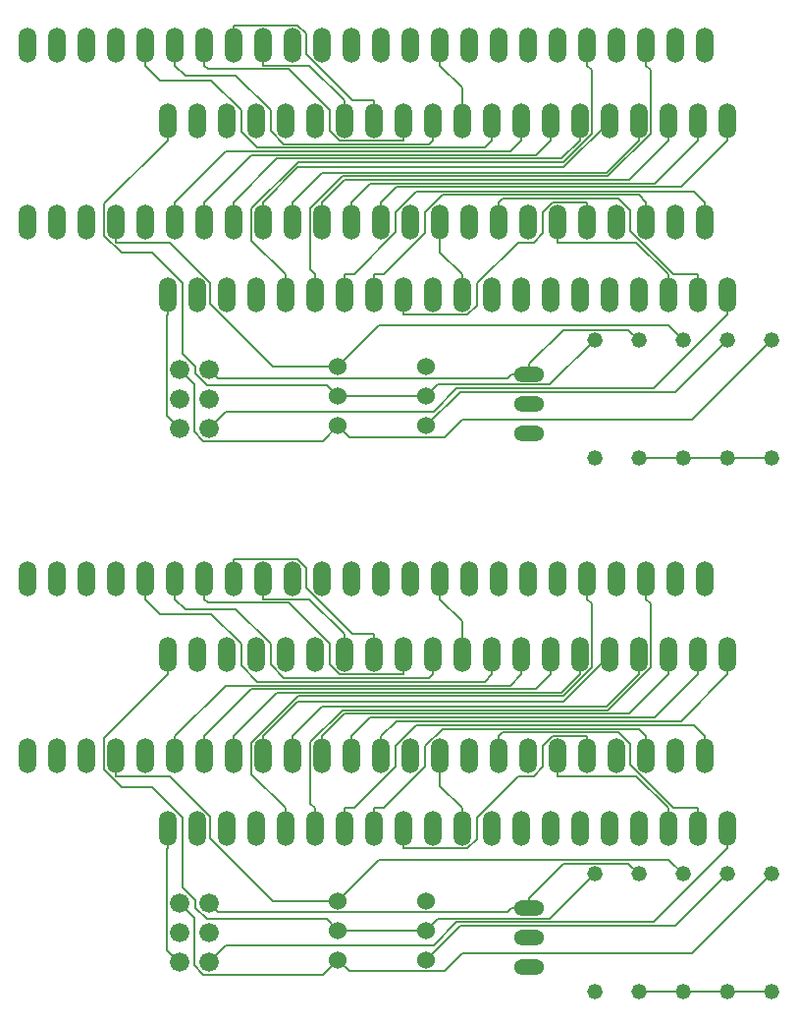
<source format=gtl>
%MOIN*%
%OFA0B0*%
%FSLAX46Y46*%
%IPPOS*%
%LPD*%
%ADD10C,0.060000000000000005*%
%ADD11O,0.10400000000000001X0.052000000000000005*%
%ADD12C,0.052000000000000005*%
%ADD13C,0.066*%
%ADD14O,0.0593X0.1187*%
%ADD15C,0.006000000000000001*%
%ADD26C,0.060000000000000005*%
%ADD27O,0.10400000000000001X0.052000000000000005*%
%ADD28C,0.052000000000000005*%
%ADD29C,0.066*%
%ADD30O,0.0593X0.1187*%
%ADD31C,0.006000000000000001*%
%LPD*%
D10*
X-0000196850Y0002322834D02*
X0001788149Y0000427834D03*
X0001788149Y0000527834D03*
X0001788149Y0000327834D03*
X0002088149Y0000327834D03*
X0002088149Y0000427834D03*
X0002088149Y0000527834D03*
D11*
X0002438149Y0000402834D03*
X0002438149Y0000502834D03*
X0002438149Y0000302834D03*
D12*
X0003259645Y0000618818D03*
X0003259645Y0000218818D03*
X0003109645Y0000618818D03*
X0003109645Y0000218818D03*
X0002959645Y0000618818D03*
X0002959645Y0000218818D03*
X0002809645Y0000218818D03*
X0002809645Y0000618818D03*
X0002659645Y0000618818D03*
X0002659645Y0000218818D03*
D13*
X0001249015Y0000318818D03*
X0001249015Y0000418818D03*
X0001249015Y0000518818D03*
X0001349015Y0000318818D03*
X0001349015Y0000418818D03*
X0001349015Y0000518818D03*
D14*
X0001209645Y0000773818D03*
X0001309645Y0000773818D03*
X0001409645Y0000773818D03*
X0001509645Y0000773818D03*
X0001609645Y0000773818D03*
X0001709645Y0000773818D03*
X0001809645Y0000773818D03*
X0001909645Y0000773818D03*
X0002009645Y0000773818D03*
X0002109645Y0000773818D03*
X0002209645Y0000773818D03*
X0002309645Y0000773818D03*
X0002409645Y0000773818D03*
X0002509645Y0000773818D03*
X0002609645Y0000773818D03*
X0002709645Y0000773818D03*
X0002809645Y0000773818D03*
X0002909645Y0000773818D03*
X0003009645Y0000773818D03*
X0003109645Y0000773818D03*
X0003109645Y0001363818D03*
X0003009645Y0001363818D03*
X0002909645Y0001363818D03*
X0002809645Y0001363818D03*
X0002709645Y0001363818D03*
X0002609645Y0001363818D03*
X0002509645Y0001363818D03*
X0002409645Y0001363818D03*
X0002309645Y0001363818D03*
X0002209645Y0001363818D03*
X0002109645Y0001363818D03*
X0002009645Y0001363818D03*
X0001909645Y0001363818D03*
X0001809645Y0001363818D03*
X0001709645Y0001363818D03*
X0001609645Y0001363818D03*
X0001509645Y0001363818D03*
X0001409645Y0001363818D03*
X0001309645Y0001363818D03*
X0001209645Y0001363818D03*
X0000734645Y0001018834D03*
X0000834645Y0001018834D03*
X0000934645Y0001018834D03*
X0001034645Y0001018834D03*
X0001134645Y0001018834D03*
X0001234645Y0001018834D03*
X0001334645Y0001018834D03*
X0001434645Y0001018834D03*
X0001534645Y0001018834D03*
X0001634645Y0001018834D03*
X0001734645Y0001018834D03*
X0001834645Y0001018834D03*
X0001934645Y0001018834D03*
X0002034645Y0001018834D03*
X0002134645Y0001018834D03*
X0002234645Y0001018834D03*
X0002334645Y0001018834D03*
X0002434645Y0001018834D03*
X0002534645Y0001018834D03*
X0002634645Y0001018834D03*
X0002734645Y0001018834D03*
X0002834645Y0001018834D03*
X0002934645Y0001018834D03*
X0003034645Y0001018834D03*
X0003034645Y0001618834D03*
X0002934645Y0001618834D03*
X0002834645Y0001618834D03*
X0002734645Y0001618834D03*
X0002634645Y0001618834D03*
X0002534645Y0001618834D03*
X0002434645Y0001618834D03*
X0002334645Y0001618834D03*
X0002234645Y0001618834D03*
X0002134645Y0001618834D03*
X0002034645Y0001618834D03*
X0001934645Y0001618834D03*
X0001834645Y0001618834D03*
X0001734645Y0001618834D03*
X0001634645Y0001618834D03*
X0001534645Y0001618834D03*
X0001434645Y0001618834D03*
X0001334645Y0001618834D03*
X0001234645Y0001618834D03*
X0001134645Y0001618834D03*
X0001034645Y0001618834D03*
X0000934645Y0001618834D03*
X0000834645Y0001618834D03*
X0000734645Y0001618834D03*
D15*
X0002809645Y0000218818D02*
X0002959645Y0000218818D01*
X0002959645Y0000218818D02*
X0003109645Y0000218818D01*
X0003109645Y0000218818D02*
X0003259645Y0000218818D01*
X0002134645Y0000917181D02*
X0002209645Y0000842181D01*
X0002134645Y0001018834D02*
X0002134645Y0000917181D01*
X0002209645Y0000773818D02*
X0002209645Y0000842181D01*
X0002209645Y0001475472D02*
X0002209645Y0001363818D01*
X0002134645Y0001550472D02*
X0002209645Y0001475472D01*
X0002134645Y0001618834D02*
X0002134645Y0001550472D01*
X0002128122Y0000467807D02*
X0002088149Y0000427834D01*
X0002508633Y0000467807D02*
X0002128122Y0000467807D01*
X0002659645Y0000618818D02*
X0002508633Y0000467807D01*
X0002088149Y0000427834D02*
X0001788149Y0000427834D01*
X0000995370Y0001081181D02*
X0001209645Y0001295456D01*
X0000995370Y0000972716D02*
X0000995370Y0001081181D01*
X0001053283Y0000914803D02*
X0000995370Y0000972716D01*
X0001155724Y0000914803D02*
X0001053283Y0000914803D01*
X0001259645Y0000810881D02*
X0001155724Y0000914803D01*
X0001259645Y0000572169D02*
X0001259645Y0000810881D01*
X0001303267Y0000528547D02*
X0001259645Y0000572169D01*
X0001303267Y0000504933D02*
X0001303267Y0000528547D01*
X0001342129Y0000466070D02*
X0001303267Y0000504933D01*
X0001749913Y0000466070D02*
X0001342129Y0000466070D01*
X0001788149Y0000427834D02*
X0001749913Y0000466070D01*
X0001209645Y0001363818D02*
X0001209645Y0001295456D01*
X0002438149Y0000502834D02*
X0002438149Y0000537846D01*
X0002774484Y0000653980D02*
X0002809645Y0000618818D01*
X0002554283Y0000653980D02*
X0002774484Y0000653980D01*
X0002438149Y0000537846D02*
X0002554283Y0000653980D01*
X0002363122Y0000488818D02*
X0002377137Y0000502834D01*
X0001379015Y0000488818D02*
X0002363122Y0000488818D01*
X0001349015Y0000518818D02*
X0001379015Y0000488818D01*
X0002438149Y0000502834D02*
X0002377137Y0000502834D01*
X0001206405Y0000361429D02*
X0001249015Y0000318818D01*
X0001206405Y0000702216D02*
X0001206405Y0000361429D01*
X0001209645Y0000705456D02*
X0001206405Y0000702216D01*
X0001209645Y0000773818D02*
X0001209645Y0000705456D01*
X0002990657Y0000349830D02*
X0003259645Y0000618818D01*
X0002210129Y0000349830D02*
X0002990657Y0000349830D01*
X0002148846Y0000288547D02*
X0002210129Y0000349830D01*
X0001827437Y0000288547D02*
X0002148846Y0000288547D01*
X0001788149Y0000327834D02*
X0001827437Y0000288547D01*
X0001736405Y0000276090D02*
X0001788149Y0000327834D01*
X0001332007Y0000276090D02*
X0001736405Y0000276090D01*
X0001299019Y0000309078D02*
X0001332007Y0000276090D01*
X0001299019Y0000468814D02*
X0001299019Y0000309078D01*
X0001249015Y0000518818D02*
X0001299019Y0000468814D01*
X0002203606Y0000443291D02*
X0002088149Y0000327834D01*
X0002934118Y0000443291D02*
X0002203606Y0000443291D01*
X0003109645Y0000618818D02*
X0002934118Y0000443291D01*
X0001034645Y0001018834D02*
X0001034645Y0000950472D01*
X0001568566Y0000527834D02*
X0001788149Y0000527834D01*
X0001355393Y0000741007D02*
X0001568566Y0000527834D01*
X0001355393Y0000812814D02*
X0001355393Y0000741007D01*
X0001217736Y0000950472D02*
X0001355393Y0000812814D01*
X0001034645Y0000950472D02*
X0001217736Y0000950472D01*
X0002910838Y0000667625D02*
X0002959645Y0000618818D01*
X0001927940Y0000667625D02*
X0002910838Y0000667625D01*
X0001788149Y0000527834D02*
X0001927940Y0000667625D01*
X0001407000Y0000376803D02*
X0001349015Y0000318818D01*
X0002112224Y0000376803D02*
X0001407000Y0000376803D01*
X0002191216Y0000455795D02*
X0002112224Y0000376803D01*
X0002859984Y0000455795D02*
X0002191216Y0000455795D01*
X0003109645Y0000705456D02*
X0002859984Y0000455795D01*
X0003109645Y0000773818D02*
X0003109645Y0000705456D01*
X0002634645Y0001618834D02*
X0002634645Y0001550472D01*
X0001609645Y0000773818D02*
X0001609645Y0000842181D01*
X0001495263Y0000956562D02*
X0001609645Y0000842181D01*
X0001495263Y0001064811D02*
X0001495263Y0000956562D01*
X0001652590Y0001222137D02*
X0001495263Y0001064811D01*
X0002553314Y0001222137D02*
X0001652590Y0001222137D01*
X0002649779Y0001318602D02*
X0002553314Y0001222137D01*
X0002649779Y0001535338D02*
X0002649779Y0001318602D01*
X0002634645Y0001550472D02*
X0002649779Y0001535338D01*
X0002834645Y0001618834D02*
X0002834645Y0001550472D01*
X0001709645Y0000773818D02*
X0001709645Y0000842181D01*
X0002849779Y0001535338D02*
X0002834645Y0001550472D01*
X0002849779Y0001318598D02*
X0002849779Y0001535338D01*
X0002705271Y0001174090D02*
X0002849779Y0001318598D01*
X0001802913Y0001174090D02*
X0002705271Y0001174090D01*
X0001694019Y0001065196D02*
X0001802913Y0001174090D01*
X0001694019Y0000857807D02*
X0001694019Y0001065196D01*
X0001709645Y0000842181D02*
X0001694019Y0000857807D01*
X0003034645Y0001018834D02*
X0003034645Y0001087196D01*
X0001809645Y0000773818D02*
X0001809645Y0000842181D01*
X0002998610Y0001123232D02*
X0003034645Y0001087196D01*
X0002054586Y0001123232D02*
X0002998610Y0001123232D01*
X0001984645Y0001053291D02*
X0002054586Y0001123232D01*
X0001984645Y0000984177D02*
X0001984645Y0001053291D01*
X0001842649Y0000842181D02*
X0001984645Y0000984177D01*
X0001809645Y0000842181D02*
X0001842649Y0000842181D01*
X0001909645Y0000773818D02*
X0001909645Y0000842181D01*
X0002834645Y0001018834D02*
X0002834645Y0001087196D01*
X0002810622Y0001111220D02*
X0002834645Y0001087196D01*
X0002142314Y0001111220D02*
X0002810622Y0001111220D01*
X0002084645Y0001053551D02*
X0002142314Y0001111220D01*
X0002084645Y0000982696D02*
X0002084645Y0001053551D01*
X0001944129Y0000842181D02*
X0002084645Y0000982696D01*
X0001909645Y0000842181D02*
X0001944129Y0000842181D01*
X0002227944Y0000705456D02*
X0002009645Y0000705456D01*
X0002259645Y0000737157D02*
X0002227944Y0000705456D01*
X0002259645Y0000811086D02*
X0002259645Y0000737157D01*
X0002399027Y0000950468D02*
X0002259645Y0000811086D01*
X0002453224Y0000950468D02*
X0002399027Y0000950468D01*
X0002484645Y0000981889D02*
X0002453224Y0000950468D01*
X0002484645Y0001053893D02*
X0002484645Y0000981889D01*
X0002517948Y0001087196D02*
X0002484645Y0001053893D01*
X0002634645Y0001087196D02*
X0002517948Y0001087196D01*
X0002634645Y0001018834D02*
X0002634645Y0001087196D01*
X0002009645Y0000773818D02*
X0002009645Y0000705456D01*
X0002534645Y0001018834D02*
X0002534645Y0000950472D01*
X0002909645Y0000773818D02*
X0002909645Y0000842181D01*
X0002801354Y0000950472D02*
X0002909645Y0000842181D01*
X0002534645Y0000950472D02*
X0002801354Y0000950472D01*
X0002334645Y0001018834D02*
X0002334645Y0001087196D01*
X0003009645Y0000773818D02*
X0003009645Y0000842181D01*
X0002926913Y0000842181D02*
X0003009645Y0000842181D01*
X0002780393Y0000988700D02*
X0002926913Y0000842181D01*
X0002780393Y0001058527D02*
X0002780393Y0000988700D01*
X0002739712Y0001099208D02*
X0002780393Y0001058527D01*
X0002346657Y0001099208D02*
X0002739712Y0001099208D01*
X0002334645Y0001087196D02*
X0002346657Y0001099208D01*
X0001934645Y0001018834D02*
X0001934645Y0001087196D01*
X0003109645Y0001363818D02*
X0003109645Y0001295456D01*
X0002952244Y0001138055D02*
X0003109645Y0001295456D01*
X0001985503Y0001138055D02*
X0002952244Y0001138055D01*
X0001934645Y0001087196D02*
X0001985503Y0001138055D01*
X0001834645Y0001018834D02*
X0001834645Y0001087196D01*
X0003009645Y0001363818D02*
X0003009645Y0001295456D01*
X0002864255Y0001150066D02*
X0003009645Y0001295456D01*
X0001897515Y0001150066D02*
X0002864255Y0001150066D01*
X0001834645Y0001087196D02*
X0001897515Y0001150066D01*
X0001734645Y0001018834D02*
X0001734645Y0001087196D01*
X0002909645Y0001363818D02*
X0002909645Y0001295456D01*
X0002776267Y0001162078D02*
X0002909645Y0001295456D01*
X0001809527Y0001162078D02*
X0002776267Y0001162078D01*
X0001734645Y0001087196D02*
X0001809527Y0001162078D01*
X0001634645Y0001018834D02*
X0001634645Y0001087196D01*
X0002809645Y0001363818D02*
X0002809645Y0001295456D01*
X0002700291Y0001186102D02*
X0002809645Y0001295456D01*
X0001733551Y0001186102D02*
X0002700291Y0001186102D01*
X0001634645Y0001087196D02*
X0001733551Y0001186102D01*
X0002709645Y0001359110D02*
X0002709645Y0001363818D01*
X0002554653Y0001204118D02*
X0002709645Y0001359110D01*
X0001651566Y0001204118D02*
X0002554653Y0001204118D01*
X0001534645Y0001087196D02*
X0001651566Y0001204118D01*
X0001534645Y0001018834D02*
X0001534645Y0001087196D01*
X0001434645Y0001018834D02*
X0001434645Y0001087196D01*
X0002609645Y0001363818D02*
X0002609645Y0001295456D01*
X0001581598Y0001234149D02*
X0001434645Y0001087196D01*
X0002548338Y0001234149D02*
X0001581598Y0001234149D01*
X0002609645Y0001295456D02*
X0002548338Y0001234149D01*
X0001334645Y0001018834D02*
X0001334645Y0001087196D01*
X0002509645Y0001363818D02*
X0002509645Y0001295456D01*
X0002460350Y0001246161D02*
X0002509645Y0001295456D01*
X0001493610Y0001246161D02*
X0002460350Y0001246161D01*
X0001334645Y0001087196D02*
X0001493610Y0001246161D01*
X0001234645Y0001018834D02*
X0001234645Y0001087196D01*
X0002409645Y0001363818D02*
X0002409645Y0001295456D01*
X0002372362Y0001258173D02*
X0002409645Y0001295456D01*
X0001405622Y0001258173D02*
X0002372362Y0001258173D01*
X0001234645Y0001087196D02*
X0001405622Y0001258173D01*
X0001134645Y0001618834D02*
X0001134645Y0001550472D01*
X0002309645Y0001363818D02*
X0002309645Y0001295456D01*
X0002285622Y0001271433D02*
X0002309645Y0001295456D01*
X0001514937Y0001271433D02*
X0002285622Y0001271433D01*
X0001459645Y0001326724D02*
X0001514937Y0001271433D01*
X0001459645Y0001398476D02*
X0001459645Y0001326724D01*
X0001358228Y0001499893D02*
X0001459645Y0001398476D01*
X0001185224Y0001499893D02*
X0001358228Y0001499893D01*
X0001134645Y0001550472D02*
X0001185224Y0001499893D01*
X0002097633Y0001283444D02*
X0002109645Y0001295456D01*
X0001605200Y0001283444D02*
X0002097633Y0001283444D01*
X0001559645Y0001329000D02*
X0001605200Y0001283444D01*
X0001559645Y0001398472D02*
X0001559645Y0001329000D01*
X0001441960Y0001516157D02*
X0001559645Y0001398472D01*
X0001268960Y0001516157D02*
X0001441960Y0001516157D01*
X0001234645Y0001550472D02*
X0001268960Y0001516157D01*
X0002109645Y0001363818D02*
X0002109645Y0001295456D01*
X0001234645Y0001618834D02*
X0001234645Y0001550472D01*
X0001792976Y0001295456D02*
X0002009645Y0001295456D01*
X0001759645Y0001328787D02*
X0001792976Y0001295456D01*
X0001759645Y0001400488D02*
X0001759645Y0001328787D01*
X0001621677Y0001538456D02*
X0001759645Y0001400488D01*
X0001346661Y0001538456D02*
X0001621677Y0001538456D01*
X0001334645Y0001550472D02*
X0001346661Y0001538456D01*
X0001334645Y0001618834D02*
X0001334645Y0001550472D01*
X0002009645Y0001363818D02*
X0002009645Y0001295456D01*
X0001836913Y0001432181D02*
X0001909645Y0001432181D01*
X0001680393Y0001588700D02*
X0001836913Y0001432181D01*
X0001680393Y0001657649D02*
X0001680393Y0001588700D01*
X0001650846Y0001687196D02*
X0001680393Y0001657649D01*
X0001434645Y0001687196D02*
X0001650846Y0001687196D01*
X0001434645Y0001618834D02*
X0001434645Y0001687196D01*
X0001909645Y0001363818D02*
X0001909645Y0001432181D01*
X0001691354Y0001550472D02*
X0001809645Y0001432181D01*
X0001534645Y0001550472D02*
X0001691354Y0001550472D01*
X0001534645Y0001618834D02*
X0001534645Y0001550472D01*
X0001809645Y0001363818D02*
X0001809645Y0001432181D01*
G04 next file*
%LPD*%
G04 #@! TF.GenerationSoftware,KiCad,Pcbnew,(5.1.2)-2*
G04 #@! TF.CreationDate,2019-08-03T14:41:18-04:00*
G04 #@! TF.ProjectId,27C160_Adapter,32374331-3630-45f4-9164-61707465722e,rev?*
G04 #@! TF.SameCoordinates,Original*
G04 #@! TF.FileFunction,Copper,L1,Top*
G04 #@! TF.FilePolarity,Positive*
G04 Gerber Fmt 4.6, Leading zero omitted, Abs format (unit mm)*
G04 Created by KiCad (PCBNEW (5.1.2)-2) date 2019-08-03 14:41:18*
G04 APERTURE LIST*
G04 APERTURE END LIST*
D26*
X-0000196850Y0004133858D02*
X0001788149Y0002238858D03*
X0001788149Y0002338858D03*
X0001788149Y0002138858D03*
X0002088149Y0002138858D03*
X0002088149Y0002238858D03*
X0002088149Y0002338858D03*
D27*
X0002438149Y0002213858D03*
X0002438149Y0002313858D03*
X0002438149Y0002113858D03*
D28*
X0003259645Y0002429842D03*
X0003259645Y0002029842D03*
X0003109645Y0002429842D03*
X0003109645Y0002029842D03*
X0002959645Y0002429842D03*
X0002959645Y0002029842D03*
X0002809645Y0002029842D03*
X0002809645Y0002429842D03*
X0002659645Y0002429842D03*
X0002659645Y0002029842D03*
D29*
X0001249015Y0002129842D03*
X0001249015Y0002229842D03*
X0001249015Y0002329842D03*
X0001349015Y0002129842D03*
X0001349015Y0002229842D03*
X0001349015Y0002329842D03*
D30*
X0001209645Y0002584842D03*
X0001309645Y0002584842D03*
X0001409645Y0002584842D03*
X0001509645Y0002584842D03*
X0001609645Y0002584842D03*
X0001709645Y0002584842D03*
X0001809645Y0002584842D03*
X0001909645Y0002584842D03*
X0002009645Y0002584842D03*
X0002109645Y0002584842D03*
X0002209645Y0002584842D03*
X0002309645Y0002584842D03*
X0002409645Y0002584842D03*
X0002509645Y0002584842D03*
X0002609645Y0002584842D03*
X0002709645Y0002584842D03*
X0002809645Y0002584842D03*
X0002909645Y0002584842D03*
X0003009645Y0002584842D03*
X0003109645Y0002584842D03*
X0003109645Y0003174842D03*
X0003009645Y0003174842D03*
X0002909645Y0003174842D03*
X0002809645Y0003174842D03*
X0002709645Y0003174842D03*
X0002609645Y0003174842D03*
X0002509645Y0003174842D03*
X0002409645Y0003174842D03*
X0002309645Y0003174842D03*
X0002209645Y0003174842D03*
X0002109645Y0003174842D03*
X0002009645Y0003174842D03*
X0001909645Y0003174842D03*
X0001809645Y0003174842D03*
X0001709645Y0003174842D03*
X0001609645Y0003174842D03*
X0001509645Y0003174842D03*
X0001409645Y0003174842D03*
X0001309645Y0003174842D03*
X0001209645Y0003174842D03*
X0000734645Y0002829858D03*
X0000834645Y0002829858D03*
X0000934645Y0002829858D03*
X0001034645Y0002829858D03*
X0001134645Y0002829858D03*
X0001234645Y0002829858D03*
X0001334645Y0002829858D03*
X0001434645Y0002829858D03*
X0001534645Y0002829858D03*
X0001634645Y0002829858D03*
X0001734645Y0002829858D03*
X0001834645Y0002829858D03*
X0001934645Y0002829858D03*
X0002034645Y0002829858D03*
X0002134645Y0002829858D03*
X0002234645Y0002829858D03*
X0002334645Y0002829858D03*
X0002434645Y0002829858D03*
X0002534645Y0002829858D03*
X0002634645Y0002829858D03*
X0002734645Y0002829858D03*
X0002834645Y0002829858D03*
X0002934645Y0002829858D03*
X0003034645Y0002829858D03*
X0003034645Y0003429858D03*
X0002934645Y0003429858D03*
X0002834645Y0003429858D03*
X0002734645Y0003429858D03*
X0002634645Y0003429858D03*
X0002534645Y0003429858D03*
X0002434645Y0003429858D03*
X0002334645Y0003429858D03*
X0002234645Y0003429858D03*
X0002134645Y0003429858D03*
X0002034645Y0003429858D03*
X0001934645Y0003429858D03*
X0001834645Y0003429858D03*
X0001734645Y0003429858D03*
X0001634645Y0003429858D03*
X0001534645Y0003429858D03*
X0001434645Y0003429858D03*
X0001334645Y0003429858D03*
X0001234645Y0003429858D03*
X0001134645Y0003429858D03*
X0001034645Y0003429858D03*
X0000934645Y0003429858D03*
X0000834645Y0003429858D03*
X0000734645Y0003429858D03*
D31*
X0002809645Y0002029842D02*
X0002959645Y0002029842D01*
X0002959645Y0002029842D02*
X0003109645Y0002029842D01*
X0003109645Y0002029842D02*
X0003259645Y0002029842D01*
X0002134645Y0002728204D02*
X0002209645Y0002653204D01*
X0002134645Y0002829858D02*
X0002134645Y0002728204D01*
X0002209645Y0002584842D02*
X0002209645Y0002653204D01*
X0002209645Y0003286496D02*
X0002209645Y0003174842D01*
X0002134645Y0003361496D02*
X0002209645Y0003286496D01*
X0002134645Y0003429858D02*
X0002134645Y0003361496D01*
X0002128122Y0002278830D02*
X0002088149Y0002238858D01*
X0002508633Y0002278830D02*
X0002128122Y0002278830D01*
X0002659645Y0002429842D02*
X0002508633Y0002278830D01*
X0002088149Y0002238858D02*
X0001788149Y0002238858D01*
X0000995370Y0002892204D02*
X0001209645Y0003106480D01*
X0000995370Y0002783740D02*
X0000995370Y0002892204D01*
X0001053283Y0002725826D02*
X0000995370Y0002783740D01*
X0001155724Y0002725826D02*
X0001053283Y0002725826D01*
X0001259645Y0002621905D02*
X0001155724Y0002725826D01*
X0001259645Y0002383192D02*
X0001259645Y0002621905D01*
X0001303267Y0002339570D02*
X0001259645Y0002383192D01*
X0001303267Y0002315956D02*
X0001303267Y0002339570D01*
X0001342129Y0002277094D02*
X0001303267Y0002315956D01*
X0001749913Y0002277094D02*
X0001342129Y0002277094D01*
X0001788149Y0002238858D02*
X0001749913Y0002277094D01*
X0001209645Y0003174842D02*
X0001209645Y0003106480D01*
X0002438149Y0002313858D02*
X0002438149Y0002348870D01*
X0002774484Y0002465003D02*
X0002809645Y0002429842D01*
X0002554283Y0002465003D02*
X0002774484Y0002465003D01*
X0002438149Y0002348870D02*
X0002554283Y0002465003D01*
X0002363122Y0002299842D02*
X0002377137Y0002313858D01*
X0001379015Y0002299842D02*
X0002363122Y0002299842D01*
X0001349015Y0002329842D02*
X0001379015Y0002299842D01*
X0002438149Y0002313858D02*
X0002377137Y0002313858D01*
X0001206405Y0002172452D02*
X0001249015Y0002129842D01*
X0001206405Y0002513240D02*
X0001206405Y0002172452D01*
X0001209645Y0002516480D02*
X0001206405Y0002513240D01*
X0001209645Y0002584842D02*
X0001209645Y0002516480D01*
X0002990657Y0002160854D02*
X0003259645Y0002429842D01*
X0002210129Y0002160854D02*
X0002990657Y0002160854D01*
X0002148846Y0002099570D02*
X0002210129Y0002160854D01*
X0001827437Y0002099570D02*
X0002148846Y0002099570D01*
X0001788149Y0002138858D02*
X0001827437Y0002099570D01*
X0001736405Y0002087114D02*
X0001788149Y0002138858D01*
X0001332007Y0002087114D02*
X0001736405Y0002087114D01*
X0001299019Y0002120102D02*
X0001332007Y0002087114D01*
X0001299019Y0002279838D02*
X0001299019Y0002120102D01*
X0001249015Y0002329842D02*
X0001299019Y0002279838D01*
X0002203606Y0002254314D02*
X0002088149Y0002138858D01*
X0002934118Y0002254314D02*
X0002203606Y0002254314D01*
X0003109645Y0002429842D02*
X0002934118Y0002254314D01*
X0001034645Y0002829858D02*
X0001034645Y0002761496D01*
X0001568566Y0002338858D02*
X0001788149Y0002338858D01*
X0001355393Y0002552031D02*
X0001568566Y0002338858D01*
X0001355393Y0002623838D02*
X0001355393Y0002552031D01*
X0001217736Y0002761496D02*
X0001355393Y0002623838D01*
X0001034645Y0002761496D02*
X0001217736Y0002761496D01*
X0002910838Y0002478649D02*
X0002959645Y0002429842D01*
X0001927940Y0002478649D02*
X0002910838Y0002478649D01*
X0001788149Y0002338858D02*
X0001927940Y0002478649D01*
X0001407000Y0002187826D02*
X0001349015Y0002129842D01*
X0002112224Y0002187826D02*
X0001407000Y0002187826D01*
X0002191216Y0002266818D02*
X0002112224Y0002187826D01*
X0002859984Y0002266818D02*
X0002191216Y0002266818D01*
X0003109645Y0002516480D02*
X0002859984Y0002266818D01*
X0003109645Y0002584842D02*
X0003109645Y0002516480D01*
X0002634645Y0003429858D02*
X0002634645Y0003361496D01*
X0001609645Y0002584842D02*
X0001609645Y0002653204D01*
X0001495263Y0002767586D02*
X0001609645Y0002653204D01*
X0001495263Y0002875834D02*
X0001495263Y0002767586D01*
X0001652590Y0003033161D02*
X0001495263Y0002875834D01*
X0002553314Y0003033161D02*
X0001652590Y0003033161D01*
X0002649779Y0003129625D02*
X0002553314Y0003033161D01*
X0002649779Y0003346362D02*
X0002649779Y0003129625D01*
X0002634645Y0003361496D02*
X0002649779Y0003346362D01*
X0002834645Y0003429858D02*
X0002834645Y0003361496D01*
X0001709645Y0002584842D02*
X0001709645Y0002653204D01*
X0002849779Y0003346362D02*
X0002834645Y0003361496D01*
X0002849779Y0003129622D02*
X0002849779Y0003346362D01*
X0002705271Y0002985114D02*
X0002849779Y0003129622D01*
X0001802913Y0002985114D02*
X0002705271Y0002985114D01*
X0001694019Y0002876220D02*
X0001802913Y0002985114D01*
X0001694019Y0002668830D02*
X0001694019Y0002876220D01*
X0001709645Y0002653204D02*
X0001694019Y0002668830D01*
X0003034645Y0002829858D02*
X0003034645Y0002898220D01*
X0001809645Y0002584842D02*
X0001809645Y0002653204D01*
X0002998610Y0002934255D02*
X0003034645Y0002898220D01*
X0002054586Y0002934255D02*
X0002998610Y0002934255D01*
X0001984645Y0002864314D02*
X0002054586Y0002934255D01*
X0001984645Y0002795200D02*
X0001984645Y0002864314D01*
X0001842649Y0002653204D02*
X0001984645Y0002795200D01*
X0001809645Y0002653204D02*
X0001842649Y0002653204D01*
X0001909645Y0002584842D02*
X0001909645Y0002653204D01*
X0002834645Y0002829858D02*
X0002834645Y0002898220D01*
X0002810622Y0002922244D02*
X0002834645Y0002898220D01*
X0002142314Y0002922244D02*
X0002810622Y0002922244D01*
X0002084645Y0002864574D02*
X0002142314Y0002922244D01*
X0002084645Y0002793720D02*
X0002084645Y0002864574D01*
X0001944129Y0002653204D02*
X0002084645Y0002793720D01*
X0001909645Y0002653204D02*
X0001944129Y0002653204D01*
X0002227944Y0002516480D02*
X0002009645Y0002516480D01*
X0002259645Y0002548181D02*
X0002227944Y0002516480D01*
X0002259645Y0002622110D02*
X0002259645Y0002548181D01*
X0002399027Y0002761492D02*
X0002259645Y0002622110D01*
X0002453224Y0002761492D02*
X0002399027Y0002761492D01*
X0002484645Y0002792913D02*
X0002453224Y0002761492D01*
X0002484645Y0002864917D02*
X0002484645Y0002792913D01*
X0002517948Y0002898220D02*
X0002484645Y0002864917D01*
X0002634645Y0002898220D02*
X0002517948Y0002898220D01*
X0002634645Y0002829858D02*
X0002634645Y0002898220D01*
X0002009645Y0002584842D02*
X0002009645Y0002516480D01*
X0002534645Y0002829858D02*
X0002534645Y0002761496D01*
X0002909645Y0002584842D02*
X0002909645Y0002653204D01*
X0002801354Y0002761496D02*
X0002909645Y0002653204D01*
X0002534645Y0002761496D02*
X0002801354Y0002761496D01*
X0002334645Y0002829858D02*
X0002334645Y0002898220D01*
X0003009645Y0002584842D02*
X0003009645Y0002653204D01*
X0002926913Y0002653204D02*
X0003009645Y0002653204D01*
X0002780393Y0002799724D02*
X0002926913Y0002653204D01*
X0002780393Y0002869551D02*
X0002780393Y0002799724D01*
X0002739712Y0002910232D02*
X0002780393Y0002869551D01*
X0002346657Y0002910232D02*
X0002739712Y0002910232D01*
X0002334645Y0002898220D02*
X0002346657Y0002910232D01*
X0001934645Y0002829858D02*
X0001934645Y0002898220D01*
X0003109645Y0003174842D02*
X0003109645Y0003106480D01*
X0002952244Y0002949078D02*
X0003109645Y0003106480D01*
X0001985503Y0002949078D02*
X0002952244Y0002949078D01*
X0001934645Y0002898220D02*
X0001985503Y0002949078D01*
X0001834645Y0002829858D02*
X0001834645Y0002898220D01*
X0003009645Y0003174842D02*
X0003009645Y0003106480D01*
X0002864255Y0002961090D02*
X0003009645Y0003106480D01*
X0001897515Y0002961090D02*
X0002864255Y0002961090D01*
X0001834645Y0002898220D02*
X0001897515Y0002961090D01*
X0001734645Y0002829858D02*
X0001734645Y0002898220D01*
X0002909645Y0003174842D02*
X0002909645Y0003106480D01*
X0002776267Y0002973102D02*
X0002909645Y0003106480D01*
X0001809527Y0002973102D02*
X0002776267Y0002973102D01*
X0001734645Y0002898220D02*
X0001809527Y0002973102D01*
X0001634645Y0002829858D02*
X0001634645Y0002898220D01*
X0002809645Y0003174842D02*
X0002809645Y0003106480D01*
X0002700291Y0002997125D02*
X0002809645Y0003106480D01*
X0001733551Y0002997125D02*
X0002700291Y0002997125D01*
X0001634645Y0002898220D02*
X0001733551Y0002997125D01*
X0002709645Y0003170133D02*
X0002709645Y0003174842D01*
X0002554653Y0003015141D02*
X0002709645Y0003170133D01*
X0001651566Y0003015141D02*
X0002554653Y0003015141D01*
X0001534645Y0002898220D02*
X0001651566Y0003015141D01*
X0001534645Y0002829858D02*
X0001534645Y0002898220D01*
X0001434645Y0002829858D02*
X0001434645Y0002898220D01*
X0002609645Y0003174842D02*
X0002609645Y0003106480D01*
X0001581598Y0003045173D02*
X0001434645Y0002898220D01*
X0002548338Y0003045173D02*
X0001581598Y0003045173D01*
X0002609645Y0003106480D02*
X0002548338Y0003045173D01*
X0001334645Y0002829858D02*
X0001334645Y0002898220D01*
X0002509645Y0003174842D02*
X0002509645Y0003106480D01*
X0002460350Y0003057185D02*
X0002509645Y0003106480D01*
X0001493610Y0003057185D02*
X0002460350Y0003057185D01*
X0001334645Y0002898220D02*
X0001493610Y0003057185D01*
X0001234645Y0002829858D02*
X0001234645Y0002898220D01*
X0002409645Y0003174842D02*
X0002409645Y0003106480D01*
X0002372362Y0003069196D02*
X0002409645Y0003106480D01*
X0001405622Y0003069196D02*
X0002372362Y0003069196D01*
X0001234645Y0002898220D02*
X0001405622Y0003069196D01*
X0001134645Y0003429858D02*
X0001134645Y0003361496D01*
X0002309645Y0003174842D02*
X0002309645Y0003106480D01*
X0002285622Y0003082456D02*
X0002309645Y0003106480D01*
X0001514937Y0003082456D02*
X0002285622Y0003082456D01*
X0001459645Y0003137748D02*
X0001514937Y0003082456D01*
X0001459645Y0003209500D02*
X0001459645Y0003137748D01*
X0001358228Y0003310917D02*
X0001459645Y0003209500D01*
X0001185224Y0003310917D02*
X0001358228Y0003310917D01*
X0001134645Y0003361496D02*
X0001185224Y0003310917D01*
X0002097633Y0003094468D02*
X0002109645Y0003106480D01*
X0001605200Y0003094468D02*
X0002097633Y0003094468D01*
X0001559645Y0003140023D02*
X0001605200Y0003094468D01*
X0001559645Y0003209496D02*
X0001559645Y0003140023D01*
X0001441960Y0003327181D02*
X0001559645Y0003209496D01*
X0001268960Y0003327181D02*
X0001441960Y0003327181D01*
X0001234645Y0003361496D02*
X0001268960Y0003327181D01*
X0002109645Y0003174842D02*
X0002109645Y0003106480D01*
X0001234645Y0003429858D02*
X0001234645Y0003361496D01*
X0001792976Y0003106480D02*
X0002009645Y0003106480D01*
X0001759645Y0003139811D02*
X0001792976Y0003106480D01*
X0001759645Y0003211511D02*
X0001759645Y0003139811D01*
X0001621677Y0003349480D02*
X0001759645Y0003211511D01*
X0001346661Y0003349480D02*
X0001621677Y0003349480D01*
X0001334645Y0003361496D02*
X0001346661Y0003349480D01*
X0001334645Y0003429858D02*
X0001334645Y0003361496D01*
X0002009645Y0003174842D02*
X0002009645Y0003106480D01*
X0001836913Y0003243204D02*
X0001909645Y0003243204D01*
X0001680393Y0003399724D02*
X0001836913Y0003243204D01*
X0001680393Y0003468673D02*
X0001680393Y0003399724D01*
X0001650846Y0003498220D02*
X0001680393Y0003468673D01*
X0001434645Y0003498220D02*
X0001650846Y0003498220D01*
X0001434645Y0003429858D02*
X0001434645Y0003498220D01*
X0001909645Y0003174842D02*
X0001909645Y0003243204D01*
X0001691354Y0003361496D02*
X0001809645Y0003243204D01*
X0001534645Y0003361496D02*
X0001691354Y0003361496D01*
X0001534645Y0003429858D02*
X0001534645Y0003361496D01*
X0001809645Y0003174842D02*
X0001809645Y0003243204D01*
M02*
</source>
